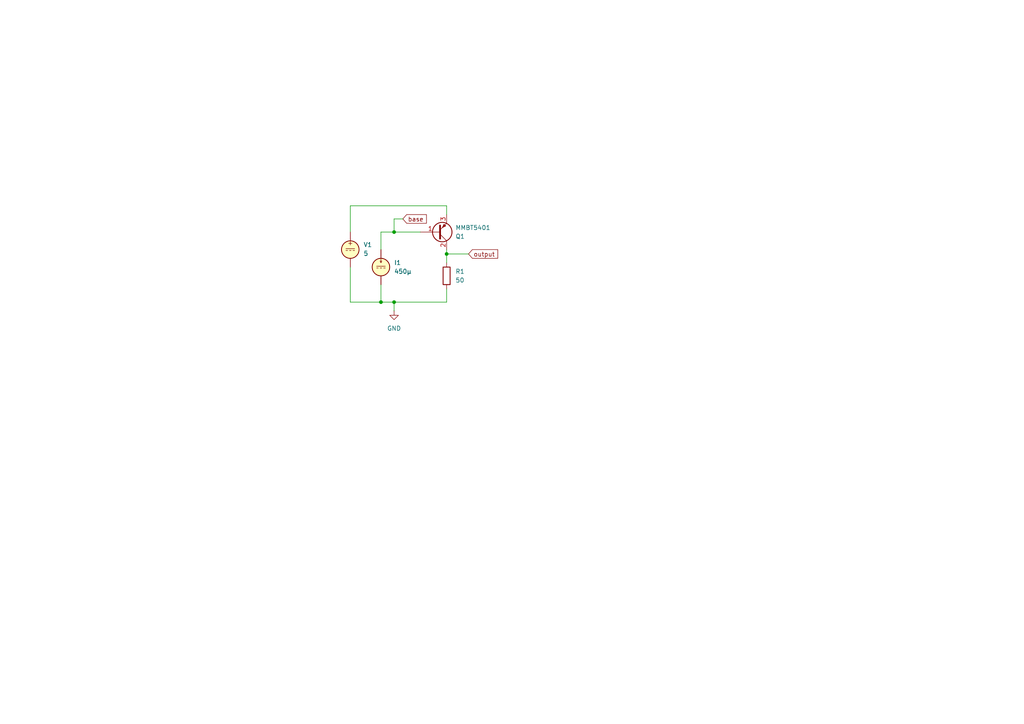
<source format=kicad_sch>
(kicad_sch (version 20231120) (generator "eeschema") (generator_version "8.0")
  (paper "A4")
  (lib_symbols
    (symbol "Device:Q_PNP_BCE" (pin_names (offset 0) hide)
      (property "Reference" "Q" (at 5.08 1.27 0))
      (property "Value" "Q_PNP_BCE" (at 5.08 -1.27 0))
      (symbol "Q_PNP_BCE_0_1"
        (polyline (pts (xy 0.635 0.635) (xy 2.54 2.54)))
        (polyline (pts (xy 0.635 -0.635) (xy 2.54 -2.54) (xy 2.54 -2.54)))
        (polyline (pts (xy 0.635 1.905) (xy 0.635 -1.905) (xy 0.635 -1.905)) (stroke (width 0.508)))
        (polyline (pts (xy 2.286 -1.778) (xy 1.778 -2.286) (xy 1.27 -1.27) (xy 2.286 -1.778) (xy 2.286 -1.778)) (fill (type outline)))
        (circle (center 1.27 0) (radius 2.8194) (stroke (width 0.254)))
      )
      (symbol "Q_PNP_BCE_1_1"
        (pin input line (at -5.08 0 0) (length 5.715) (name "B") (number "1"))
        (pin passive line (at 2.54 5.08 270) (length 2.54) (name "C") (number "2"))
        (pin passive line (at 2.54 -5.08 90) (length 2.54) (name "E") (number "3"))
      )
    )
    (symbol "Device:R" (pin_numbers hide) (pin_names (offset 0))
      (property "Reference" "R" (at 2.032 0 90))
      (property "Value" "R" (at 0 0 90))
      (symbol "R_0_1"
        (rectangle (start -1.016 -2.54) (end 1.016 2.54) (stroke (width 0.254)))
      )
      (symbol "R_1_1"
        (pin passive line (at 0 3.81 270) (length 1.27) (name "~") (number "1"))
        (pin passive line (at 0 -3.81 90) (length 1.27) (name "~") (number "2"))
      )
    )
    (symbol "Simulation_SPICE:IDC" (pin_numbers hide) (pin_names (offset 0.0254))
      (property "Reference" "I" (at 2.54 2.54 0))
      (property "Value" "1" (at 2.54 0 0))
      (symbol "IDC_0_0"
        (polyline (pts (xy -1.27 0.254) (xy 1.27 0.254)))
        (polyline (pts (xy -0.762 -0.254) (xy -1.27 -0.254)))
        (polyline (pts (xy 0.254 -0.254) (xy -0.254 -0.254)))
        (polyline (pts (xy 1.27 -0.254) (xy 0.762 -0.254)))
      )
      (symbol "IDC_0_1"
        (polyline (pts (xy 0 1.27) (xy 0 2.286)))
        (polyline (pts (xy -0.254 1.778) (xy 0 1.27) (xy 0.254 1.778)))
        (circle (center 0 0) (radius 2.54) (stroke (width 0.254)) (fill (type background)))
      )
      (symbol "IDC_1_1"
        (pin passive line (at 0 5.08 270) (length 2.54) (name "~") (number "1"))
        (pin passive line (at 0 -5.08 90) (length 2.54) (name "~") (number "2"))
      )
    )
    (symbol "Simulation_SPICE:VDC" (pin_numbers hide) (pin_names (offset 0.0254))
      (property "Reference" "V" (at 2.54 2.54 0))
      (property "Value" "1" (at 2.54 0 0))
      (symbol "VDC_0_0"
        (polyline (pts (xy -1.27 0.254) (xy 1.27 0.254)))
        (polyline (pts (xy -0.762 -0.254) (xy -1.27 -0.254)))
        (polyline (pts (xy 0.254 -0.254) (xy -0.254 -0.254)))
        (polyline (pts (xy 1.27 -0.254) (xy 0.762 -0.254)))
        (text "+" (at 0 1.905 0) (effects (font (size 1.27 1.27))))
      )
      (symbol "VDC_0_1"
        (circle (center 0 0) (radius 2.54) (stroke (width 0.254)) (fill (type background)))
      )
      (symbol "VDC_1_1"
        (pin passive line (at 0 5.08 270) (length 2.54) (name "~") (number "1"))
        (pin passive line (at 0 -5.08 90) (length 2.54) (name "~") (number "2"))
      )
    )
    (symbol "power:GND" (power) (pin_numbers hide) (pin_names (offset 0) hide)
      (property "Value" "GND" (at 0 -3.81 0))
      (symbol "GND_0_1"
        (polyline (pts (xy 0 0) (xy 0 -1.27) (xy 1.27 -1.27) (xy 0 -2.54) (xy -1.27 -1.27) (xy 0 -1.27)))
      )
      (symbol "GND_1_1"
        (pin power_in line (at 0 0 270) (length 0) (name "~") (number "1"))
      )
    )
  )
  (junction (at 110.49 87.63))
  (junction (at 129.54 73.66))
  (junction (at 114.3 67.31))
  (junction (at 114.3 87.63))
  (wire (pts (xy 114.3 87.63) (xy 114.3 90.17)))
  (wire (pts (xy 101.6 87.63) (xy 110.49 87.63)))
  (wire (pts (xy 129.54 72.39) (xy 129.54 73.66)))
  (wire (pts (xy 110.49 67.31) (xy 114.3 67.31)))
  (wire (pts (xy 101.6 59.69) (xy 101.6 67.31)))
  (wire (pts (xy 129.54 73.66) (xy 129.54 76.2)))
  (wire (pts (xy 110.49 72.39) (xy 110.49 67.31)))
  (wire (pts (xy 129.54 62.23) (xy 129.54 59.69)))
  (wire (pts (xy 116.84 63.5) (xy 114.3 63.5)))
  (wire (pts (xy 129.54 87.63) (xy 114.3 87.63)))
  (wire (pts (xy 129.54 59.69) (xy 101.6 59.69)))
  (wire (pts (xy 114.3 63.5) (xy 114.3 67.31)))
  (wire (pts (xy 129.54 73.66) (xy 135.89 73.66)))
  (wire (pts (xy 129.54 83.82) (xy 129.54 87.63)))
  (wire (pts (xy 101.6 87.63) (xy 101.6 77.47)))
  (wire (pts (xy 114.3 67.31) (xy 121.92 67.31)))
  (wire (pts (xy 114.3 87.63) (xy 110.49 87.63)))
  (wire (pts (xy 110.49 82.55) (xy 110.49 87.63)))
  (global_label "base" (shape input) (at 116.84 63.5 0) (property "Intersheetrefs" "${INTERSHEET_REFS}" (effects (hide yes))))
  (global_label "output" (shape input) (at 135.89 73.66 0) (property "Intersheetrefs" "${INTERSHEET_REFS}" (effects (hide yes))))
  (symbol (lib_id "power:GND") (at 114.3 90.17 0) (unit 1)
    (property "Reference" "#PWR01" (effects (hide yes)))
    (property "Value" "GND" (at 114.3 95.25 0))
    (property "Description" "Power symbol creates a global label with name \"GND\" , ground" (effects (hide yes)))
  )
  (symbol (lib_id "Simulation_SPICE:IDC") (at 110.49 77.47 0) (unit 1)
    (property "Reference" "I1" (at 114.3 76.1999 0) (effects (justify left)))
    (property "Value" "450µ" (at 114.3 78.7399 0) (effects (justify left)))
    (property "Datasheet" "https://ngspice.sourceforge.io/docs/ngspice-html-manual/manual.xhtml#sec_Independent_Sources_for" (effects (hide yes)))
    (property "Description" "Current source, DC" (effects (hide yes)))
    (property "Sim.Pins" "1=+ 2=-" (effects (hide yes)))
    (property "Sim.Type" "DC" (effects (hide yes)))
    (property "Sim.Device" "I" (effects (hide yes)))
  )
  (symbol (lib_id "Simulation_SPICE:VDC") (at 101.6 72.39 0) (unit 1)
    (property "Reference" "V1" (at 105.41 70.9901 0) (effects (justify left)))
    (property "Value" "5" (at 105.41 73.5301 0) (effects (justify left)))
    (property "Datasheet" "https://ngspice.sourceforge.io/docs/ngspice-html-manual/manual.xhtml#sec_Independent_Sources_for" (effects (hide yes)))
    (property "Description" "Voltage source, DC" (effects (hide yes)))
    (property "Sim.Pins" "1=+ 2=-" (effects (hide yes)))
    (property "Sim.Type" "DC" (effects (hide yes)))
    (property "Sim.Device" "V" (effects (hide yes)))
  )
  (symbol (lib_id "Device:R") (at 129.54 80.01 0) (unit 1)
    (property "Reference" "R1" (at 132.08 78.7399 0) (effects (justify left)))
    (property "Value" "50" (at 132.08 81.2799 0) (effects (justify left)))
    (property "Description" "Resistor" (effects (hide yes)))
  )
  (symbol (lib_id "Device:Q_PNP_BCE") (at 127 67.31 0) (mirror x) (unit 1)
    (property "Reference" "Q1" (at 132.08 68.5801 0) (effects (justify left)))
    (property "Value" "MMBT5401" (at 132.08 66.0401 0) (effects (justify left)))
    (property "Description" "PNP transistor, base/collector/emitter" (effects (hide yes)))
    (property "Sim.Device" "PNP" (effects (hide yes)))
    (property "Sim.Type" "GUMMELPOON" (effects (hide yes)))
    (property "Sim.Pins" "1=B 2=C 3=E" (effects (hide yes)))
    (property "Sim.Params" "is=6.734e-14 bf=220 nf=1 vaf=60 ikf=0.1 br=8 nr=1 var=8 ikr=0.03 isc=1e-13 nc=2 rb=10 re=0.3 rc=0.3 cje=24p vje=0.75 mje=0.33 tf=200p xtf=2 vtf=2 itf=0.02 ptf=0 cjc=12p vjc=0.5 mjc=0.5 xcjc=0.5 tr=200n cjs=0 vjs=0.75 mjs=0.5" (effects (hide yes)))
  )
)
</source>
